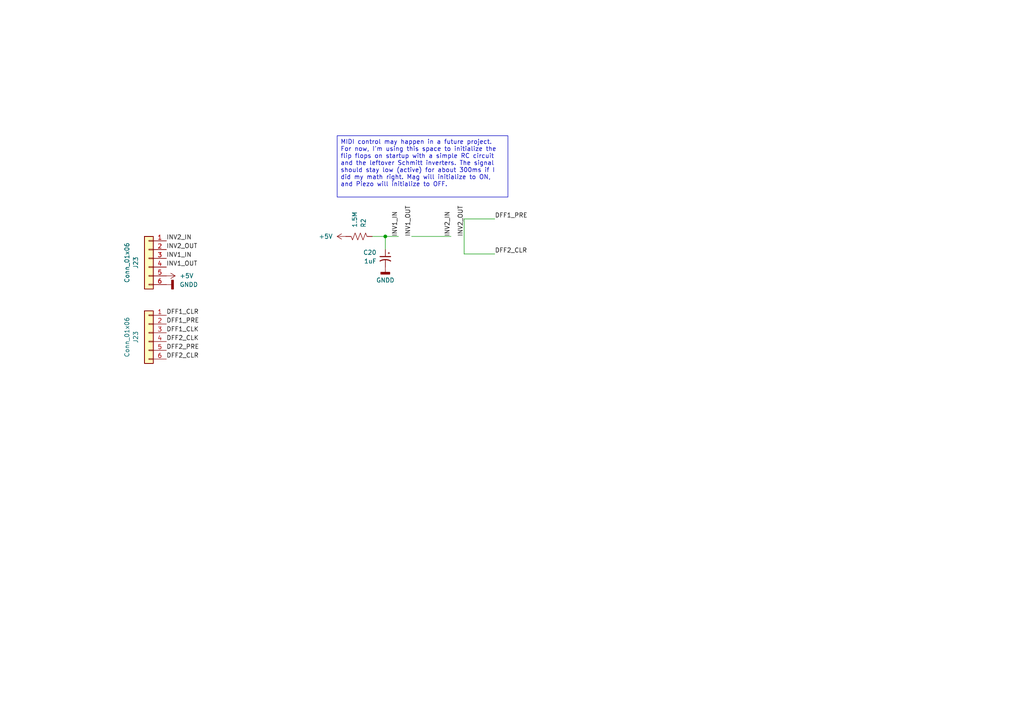
<source format=kicad_sch>
(kicad_sch (version 20230121) (generator eeschema)

  (uuid b27d44dc-ea4b-4690-8034-b1be45900084)

  (paper "A4")

  (lib_symbols
    (symbol "Device:C_Polarized_Small_US" (pin_numbers hide) (pin_names (offset 0.254) hide) (in_bom yes) (on_board yes)
      (property "Reference" "C" (at 0.254 1.778 0)
        (effects (font (size 1.27 1.27)) (justify left))
      )
      (property "Value" "C_Polarized_Small_US" (at 0.254 -2.032 0)
        (effects (font (size 1.27 1.27)) (justify left))
      )
      (property "Footprint" "" (at 0 0 0)
        (effects (font (size 1.27 1.27)) hide)
      )
      (property "Datasheet" "~" (at 0 0 0)
        (effects (font (size 1.27 1.27)) hide)
      )
      (property "ki_keywords" "cap capacitor" (at 0 0 0)
        (effects (font (size 1.27 1.27)) hide)
      )
      (property "ki_description" "Polarized capacitor, small US symbol" (at 0 0 0)
        (effects (font (size 1.27 1.27)) hide)
      )
      (property "ki_fp_filters" "CP_*" (at 0 0 0)
        (effects (font (size 1.27 1.27)) hide)
      )
      (symbol "C_Polarized_Small_US_0_1"
        (polyline
          (pts
            (xy -1.524 0.508)
            (xy 1.524 0.508)
          )
          (stroke (width 0.3048) (type default))
          (fill (type none))
        )
        (polyline
          (pts
            (xy -1.27 1.524)
            (xy -0.762 1.524)
          )
          (stroke (width 0) (type default))
          (fill (type none))
        )
        (polyline
          (pts
            (xy -1.016 1.27)
            (xy -1.016 1.778)
          )
          (stroke (width 0) (type default))
          (fill (type none))
        )
        (arc (start 1.524 -0.762) (mid 0 -0.3734) (end -1.524 -0.762)
          (stroke (width 0.3048) (type default))
          (fill (type none))
        )
      )
      (symbol "C_Polarized_Small_US_1_1"
        (pin passive line (at 0 2.54 270) (length 2.032)
          (name "~" (effects (font (size 1.27 1.27))))
          (number "1" (effects (font (size 1.27 1.27))))
        )
        (pin passive line (at 0 -2.54 90) (length 2.032)
          (name "~" (effects (font (size 1.27 1.27))))
          (number "2" (effects (font (size 1.27 1.27))))
        )
      )
    )
    (symbol "Device:R_US" (pin_numbers hide) (pin_names (offset 0)) (in_bom yes) (on_board yes)
      (property "Reference" "R" (at 2.54 0 90)
        (effects (font (size 1.27 1.27)))
      )
      (property "Value" "R_US" (at -2.54 0 90)
        (effects (font (size 1.27 1.27)))
      )
      (property "Footprint" "" (at 1.016 -0.254 90)
        (effects (font (size 1.27 1.27)) hide)
      )
      (property "Datasheet" "~" (at 0 0 0)
        (effects (font (size 1.27 1.27)) hide)
      )
      (property "ki_keywords" "R res resistor" (at 0 0 0)
        (effects (font (size 1.27 1.27)) hide)
      )
      (property "ki_description" "Resistor, US symbol" (at 0 0 0)
        (effects (font (size 1.27 1.27)) hide)
      )
      (property "ki_fp_filters" "R_*" (at 0 0 0)
        (effects (font (size 1.27 1.27)) hide)
      )
      (symbol "R_US_0_1"
        (polyline
          (pts
            (xy 0 -2.286)
            (xy 0 -2.54)
          )
          (stroke (width 0) (type default))
          (fill (type none))
        )
        (polyline
          (pts
            (xy 0 2.286)
            (xy 0 2.54)
          )
          (stroke (width 0) (type default))
          (fill (type none))
        )
        (polyline
          (pts
            (xy 0 -0.762)
            (xy 1.016 -1.143)
            (xy 0 -1.524)
            (xy -1.016 -1.905)
            (xy 0 -2.286)
          )
          (stroke (width 0) (type default))
          (fill (type none))
        )
        (polyline
          (pts
            (xy 0 0.762)
            (xy 1.016 0.381)
            (xy 0 0)
            (xy -1.016 -0.381)
            (xy 0 -0.762)
          )
          (stroke (width 0) (type default))
          (fill (type none))
        )
        (polyline
          (pts
            (xy 0 2.286)
            (xy 1.016 1.905)
            (xy 0 1.524)
            (xy -1.016 1.143)
            (xy 0 0.762)
          )
          (stroke (width 0) (type default))
          (fill (type none))
        )
      )
      (symbol "R_US_1_1"
        (pin passive line (at 0 3.81 270) (length 1.27)
          (name "~" (effects (font (size 1.27 1.27))))
          (number "1" (effects (font (size 1.27 1.27))))
        )
        (pin passive line (at 0 -3.81 90) (length 1.27)
          (name "~" (effects (font (size 1.27 1.27))))
          (number "2" (effects (font (size 1.27 1.27))))
        )
      )
    )
    (symbol "PCM_4ms_Connector:Conn_01x06" (pin_names (offset 1.016) hide) (in_bom yes) (on_board yes)
      (property "Reference" "J" (at 0 7.62 0)
        (effects (font (size 1.27 1.27)))
      )
      (property "Value" "Conn_01x06" (at 0 -10.16 0)
        (effects (font (size 1.27 1.27)))
      )
      (property "Footprint" "4ms_Connector:Pins_1x06_2.54mm_TH_SWD" (at 0 -17.78 0)
        (effects (font (size 1.27 1.27)) hide)
      )
      (property "Datasheet" "" (at 0 -1.27 0)
        (effects (font (size 1.27 1.27)) hide)
      )
      (property "Specifications" "HEADER 1x6 MALE PINS 0.100” 180deg" (at -1.905 -15.875 0)
        (effects (font (size 1.27 1.27)) (justify left) hide)
      )
      (property "Manufacturer" "TAD" (at -2.54 -12.7 0)
        (effects (font (size 1.27 1.27)) (justify left) hide)
      )
      (property "Part Number" "1-0601FBV0T" (at -1.905 -14.605 0)
        (effects (font (size 1.27 1.27)) (justify left) hide)
      )
      (property "ki_keywords" "Conn_01x06" (at 0 0 0)
        (effects (font (size 1.27 1.27)) hide)
      )
      (property "ki_description" "HEADER 1x6 MALE PINS 0.100” 180deg" (at 0 0 0)
        (effects (font (size 1.27 1.27)) hide)
      )
      (property "ki_fp_filters" "Connector*:*_??x*mm* Connector*:*1x??x*mm* Pin?Header?Straight?1X* Pin?Header?Angled?1X* Socket?Strip?Straight?1X* Socket?Strip?Angled?1X*" (at 0 0 0)
        (effects (font (size 1.27 1.27)) hide)
      )
      (symbol "Conn_01x06_1_1"
        (rectangle (start -1.27 -7.493) (end 0 -7.747)
          (stroke (width 0.1524) (type default))
          (fill (type none))
        )
        (rectangle (start -1.27 -4.953) (end 0 -5.207)
          (stroke (width 0.1524) (type default))
          (fill (type none))
        )
        (rectangle (start -1.27 -2.413) (end 0 -2.667)
          (stroke (width 0.1524) (type default))
          (fill (type none))
        )
        (rectangle (start -1.27 0.127) (end 0 -0.127)
          (stroke (width 0.1524) (type default))
          (fill (type none))
        )
        (rectangle (start -1.27 2.667) (end 0 2.413)
          (stroke (width 0.1524) (type default))
          (fill (type none))
        )
        (rectangle (start -1.27 5.207) (end 0 4.953)
          (stroke (width 0.1524) (type default))
          (fill (type none))
        )
        (rectangle (start -1.27 6.35) (end 1.27 -8.89)
          (stroke (width 0.254) (type default))
          (fill (type background))
        )
        (pin passive line (at -5.08 5.08 0) (length 3.81)
          (name "Pin_1" (effects (font (size 1.27 1.27))))
          (number "1" (effects (font (size 1.27 1.27))))
        )
        (pin passive line (at -5.08 2.54 0) (length 3.81)
          (name "Pin_2" (effects (font (size 1.27 1.27))))
          (number "2" (effects (font (size 1.27 1.27))))
        )
        (pin passive line (at -5.08 0 0) (length 3.81)
          (name "Pin_3" (effects (font (size 1.27 1.27))))
          (number "3" (effects (font (size 1.27 1.27))))
        )
        (pin passive line (at -5.08 -2.54 0) (length 3.81)
          (name "Pin_4" (effects (font (size 1.27 1.27))))
          (number "4" (effects (font (size 1.27 1.27))))
        )
        (pin passive line (at -5.08 -5.08 0) (length 3.81)
          (name "Pin_5" (effects (font (size 1.27 1.27))))
          (number "5" (effects (font (size 1.27 1.27))))
        )
        (pin passive line (at -5.08 -7.62 0) (length 3.81)
          (name "Pin_6" (effects (font (size 1.27 1.27))))
          (number "6" (effects (font (size 1.27 1.27))))
        )
      )
    )
    (symbol "power:+5V" (power) (pin_names (offset 0)) (in_bom yes) (on_board yes)
      (property "Reference" "#PWR" (at 0 -3.81 0)
        (effects (font (size 1.27 1.27)) hide)
      )
      (property "Value" "+5V" (at 0 3.556 0)
        (effects (font (size 1.27 1.27)))
      )
      (property "Footprint" "" (at 0 0 0)
        (effects (font (size 1.27 1.27)) hide)
      )
      (property "Datasheet" "" (at 0 0 0)
        (effects (font (size 1.27 1.27)) hide)
      )
      (property "ki_keywords" "global power" (at 0 0 0)
        (effects (font (size 1.27 1.27)) hide)
      )
      (property "ki_description" "Power symbol creates a global label with name \"+5V\"" (at 0 0 0)
        (effects (font (size 1.27 1.27)) hide)
      )
      (symbol "+5V_0_1"
        (polyline
          (pts
            (xy -0.762 1.27)
            (xy 0 2.54)
          )
          (stroke (width 0) (type default))
          (fill (type none))
        )
        (polyline
          (pts
            (xy 0 0)
            (xy 0 2.54)
          )
          (stroke (width 0) (type default))
          (fill (type none))
        )
        (polyline
          (pts
            (xy 0 2.54)
            (xy 0.762 1.27)
          )
          (stroke (width 0) (type default))
          (fill (type none))
        )
      )
      (symbol "+5V_1_1"
        (pin power_in line (at 0 0 90) (length 0) hide
          (name "+5V" (effects (font (size 1.27 1.27))))
          (number "1" (effects (font (size 1.27 1.27))))
        )
      )
    )
    (symbol "power:GNDD" (power) (pin_names (offset 0)) (in_bom yes) (on_board yes)
      (property "Reference" "#PWR" (at 0 -6.35 0)
        (effects (font (size 1.27 1.27)) hide)
      )
      (property "Value" "GNDD" (at 0 -3.175 0)
        (effects (font (size 1.27 1.27)))
      )
      (property "Footprint" "" (at 0 0 0)
        (effects (font (size 1.27 1.27)) hide)
      )
      (property "Datasheet" "" (at 0 0 0)
        (effects (font (size 1.27 1.27)) hide)
      )
      (property "ki_keywords" "global power" (at 0 0 0)
        (effects (font (size 1.27 1.27)) hide)
      )
      (property "ki_description" "Power symbol creates a global label with name \"GNDD\" , digital ground" (at 0 0 0)
        (effects (font (size 1.27 1.27)) hide)
      )
      (symbol "GNDD_0_1"
        (rectangle (start -1.27 -1.524) (end 1.27 -2.032)
          (stroke (width 0.254) (type default))
          (fill (type outline))
        )
        (polyline
          (pts
            (xy 0 0)
            (xy 0 -1.524)
          )
          (stroke (width 0) (type default))
          (fill (type none))
        )
      )
      (symbol "GNDD_1_1"
        (pin power_in line (at 0 0 270) (length 0) hide
          (name "GNDD" (effects (font (size 1.27 1.27))))
          (number "1" (effects (font (size 1.27 1.27))))
        )
      )
    )
  )

  (junction (at 111.76 68.58) (diameter 0) (color 0 0 0 0)
    (uuid 6a69e936-6109-4af0-aef1-1bf9f011a508)
  )

  (wire (pts (xy 107.95 68.58) (xy 111.76 68.58))
    (stroke (width 0) (type default))
    (uuid 0525895a-691a-4d68-9d4c-cf26137bd543)
  )
  (wire (pts (xy 134.62 63.5) (xy 134.62 73.66))
    (stroke (width 0) (type default))
    (uuid 25780d3e-3b80-4ad2-ad48-73dc796d274f)
  )
  (wire (pts (xy 143.51 73.66) (xy 134.62 73.66))
    (stroke (width 0) (type default))
    (uuid 36bf6594-a460-4e5e-b6ba-5733bdf784e4)
  )
  (wire (pts (xy 111.76 68.58) (xy 111.76 72.39))
    (stroke (width 0) (type default))
    (uuid 55f2fd92-a815-41d6-9779-9629235a6197)
  )
  (wire (pts (xy 111.76 68.58) (xy 115.57 68.58))
    (stroke (width 0) (type default))
    (uuid a4344f1f-3ef3-4758-a037-042307219a4e)
  )
  (wire (pts (xy 134.62 63.5) (xy 143.51 63.5))
    (stroke (width 0) (type default))
    (uuid ab8b29dd-10a6-4a15-af91-3b4a5cd28eaa)
  )
  (wire (pts (xy 119.38 68.58) (xy 130.81 68.58))
    (stroke (width 0) (type default))
    (uuid cb784b18-4e19-4bce-9290-5e8e0f52e327)
  )

  (text_box "MIDI control may happen in a future project. For now, I'm using this space to initialize the flip flops on startup with a simple RC circuit and the leftover Schmitt inverters. The signal should stay low (active) for about 300ms if I did my math right. Mag will initialize to ON, and Piezo will initialize to OFF."
    (at 97.79 39.37 0) (size 49.53 17.78)
    (stroke (width 0) (type default))
    (fill (type none))
    (effects (font (size 1.27 1.27)) (justify left top))
    (uuid b084ccde-03e9-4e2a-bff5-21cc7c3c6e7e)
  )

  (label "INV2_IN" (at 48.26 69.85 0) (fields_autoplaced)
    (effects (font (size 1.27 1.27)) (justify left bottom))
    (uuid 01924e13-ad2b-4b98-aefa-1880dbf48031)
  )
  (label "DFF2_CLR" (at 143.51 73.66 0) (fields_autoplaced)
    (effects (font (size 1.27 1.27)) (justify left bottom))
    (uuid 18390b1b-c7bf-4ca4-8550-4d0f2a7d785e)
  )
  (label "INV2_IN" (at 130.81 68.58 90) (fields_autoplaced)
    (effects (font (size 1.27 1.27)) (justify left bottom))
    (uuid 1ef12eb3-31c7-4d46-b5bd-e4269b03f871)
  )
  (label "INV1_OUT" (at 119.38 68.58 90) (fields_autoplaced)
    (effects (font (size 1.27 1.27)) (justify left bottom))
    (uuid 248f5380-4670-4849-bd6a-5fa4138a8250)
  )
  (label "INV1_OUT" (at 48.26 77.47 0) (fields_autoplaced)
    (effects (font (size 1.27 1.27)) (justify left bottom))
    (uuid 39801963-8233-4fc6-a16f-3151842223bb)
  )
  (label "INV1_IN" (at 115.57 68.58 90) (fields_autoplaced)
    (effects (font (size 1.27 1.27)) (justify left bottom))
    (uuid 3a83a60d-b366-4cf7-9878-36e406d08437)
  )
  (label "DFF2_PRE" (at 48.26 101.6 0) (fields_autoplaced)
    (effects (font (size 1.27 1.27)) (justify left bottom))
    (uuid 4e42637f-af11-4942-a7aa-3d8aae680ea1)
  )
  (label "INV2_OUT" (at 48.26 72.39 0) (fields_autoplaced)
    (effects (font (size 1.27 1.27)) (justify left bottom))
    (uuid 7c1c39ed-d1f5-458c-9c90-88b1478a27c0)
  )
  (label "DFF1_PRE" (at 48.26 93.98 0) (fields_autoplaced)
    (effects (font (size 1.27 1.27)) (justify left bottom))
    (uuid 80ded716-86ca-442f-8857-783d7ae7d0f6)
  )
  (label "DFF1_PRE" (at 143.51 63.5 0) (fields_autoplaced)
    (effects (font (size 1.27 1.27)) (justify left bottom))
    (uuid 9e5b458d-a858-4fed-9793-d9ec4335022b)
  )
  (label "DFF2_CLK" (at 48.26 99.06 0) (fields_autoplaced)
    (effects (font (size 1.27 1.27)) (justify left bottom))
    (uuid af0fd2fa-da51-48a1-be4c-f6459e9c41e9)
  )
  (label "DFF1_CLK" (at 48.26 96.52 0) (fields_autoplaced)
    (effects (font (size 1.27 1.27)) (justify left bottom))
    (uuid b2edad45-11eb-4a53-81b4-b452fb227992)
  )
  (label "INV2_OUT" (at 134.62 68.58 90) (fields_autoplaced)
    (effects (font (size 1.27 1.27)) (justify left bottom))
    (uuid cf6b6ba4-4801-4b13-bac8-9ef147e887c6)
  )
  (label "INV1_IN" (at 48.26 74.93 0) (fields_autoplaced)
    (effects (font (size 1.27 1.27)) (justify left bottom))
    (uuid eca94123-6f97-40a6-899c-524b6f87eb51)
  )
  (label "DFF2_CLR" (at 48.26 104.14 0) (fields_autoplaced)
    (effects (font (size 1.27 1.27)) (justify left bottom))
    (uuid f08c1f6f-7688-46fd-9bb3-b5e46034b347)
  )
  (label "DFF1_CLR" (at 48.26 91.44 0) (fields_autoplaced)
    (effects (font (size 1.27 1.27)) (justify left bottom))
    (uuid fa0c0768-2d0a-4df5-8961-2ed1cbaafb87)
  )

  (symbol (lib_id "power:GNDD") (at 48.26 82.55 90) (unit 1)
    (in_bom yes) (on_board yes) (dnp no) (fields_autoplaced)
    (uuid 26000f78-31cf-4f59-9631-da2a6bdfb662)
    (property "Reference" "#PWR072" (at 54.61 82.55 0)
      (effects (font (size 1.27 1.27)) hide)
    )
    (property "Value" "GNDD" (at 52.07 82.55 90)
      (effects (font (size 1.27 1.27)) (justify right))
    )
    (property "Footprint" "" (at 48.26 82.55 0)
      (effects (font (size 1.27 1.27)) hide)
    )
    (property "Datasheet" "" (at 48.26 82.55 0)
      (effects (font (size 1.27 1.27)) hide)
    )
    (pin "1" (uuid d268884d-ad33-472d-bdb6-65108ad0f244))
    (instances
      (project "summer"
        (path "/52444e48-6798-4602-8621-4972ab8b508a/09bef1e3-0cda-496c-bd76-2adc7f5f70f6"
          (reference "#PWR072") (unit 1)
        )
      )
    )
  )

  (symbol (lib_id "PCM_4ms_Connector:Conn_01x06") (at 43.18 96.52 0) (mirror y) (unit 1)
    (in_bom no) (on_board no) (dnp no)
    (uuid 338f1191-0f6e-4294-b686-71e049cd9458)
    (property "Reference" "J23" (at 39.37 97.79 90)
      (effects (font (size 1.27 1.27)))
    )
    (property "Value" "Conn_01x06" (at 36.83 97.79 90)
      (effects (font (size 1.27 1.27)))
    )
    (property "Footprint" "Connector_PinHeader_2.54mm:PinHeader_1x06_P2.54mm_Vertical" (at 43.18 114.3 0)
      (effects (font (size 1.27 1.27)) hide)
    )
    (property "Datasheet" "" (at 43.18 97.79 0)
      (effects (font (size 1.27 1.27)) hide)
    )
    (property "Specifications" "HEADER 1x6 MALE PINS 0.100” 180deg" (at 45.085 112.395 0)
      (effects (font (size 1.27 1.27)) (justify left) hide)
    )
    (property "Manufacturer" "TAD" (at 45.72 109.22 0)
      (effects (font (size 1.27 1.27)) (justify left) hide)
    )
    (property "Part Number" "1-0601FBV0T" (at 45.085 111.125 0)
      (effects (font (size 1.27 1.27)) (justify left) hide)
    )
    (pin "1" (uuid 24983c53-3c02-426e-8244-0f2a0c022ff5))
    (pin "2" (uuid 87d16e6f-54c8-4ad0-8ff2-7ce31c42bf60))
    (pin "3" (uuid 9c06b3d4-c644-42ed-8135-ed145c46d34a))
    (pin "4" (uuid 0e1ffc70-5118-4a77-b423-8e739f671319))
    (pin "5" (uuid a5c1ddf4-e11a-4cf3-8832-34cac7305eb8))
    (pin "6" (uuid cf99d6af-3ef8-4b29-a0f0-0af50667cd00))
    (instances
      (project "summer"
        (path "/52444e48-6798-4602-8621-4972ab8b508a"
          (reference "J23") (unit 1)
        )
        (path "/52444e48-6798-4602-8621-4972ab8b508a/09bef1e3-0cda-496c-bd76-2adc7f5f70f6"
          (reference "J26") (unit 1)
        )
      )
    )
  )

  (symbol (lib_id "PCM_4ms_Connector:Conn_01x06") (at 43.18 74.93 0) (mirror y) (unit 1)
    (in_bom no) (on_board no) (dnp no)
    (uuid 4e39681e-f490-470f-bcc9-53405301005e)
    (property "Reference" "J23" (at 39.37 76.2 90)
      (effects (font (size 1.27 1.27)))
    )
    (property "Value" "Conn_01x06" (at 36.83 76.2 90)
      (effects (font (size 1.27 1.27)))
    )
    (property "Footprint" "Connector_PinHeader_2.54mm:PinHeader_1x06_P2.54mm_Vertical" (at 43.18 92.71 0)
      (effects (font (size 1.27 1.27)) hide)
    )
    (property "Datasheet" "" (at 43.18 76.2 0)
      (effects (font (size 1.27 1.27)) hide)
    )
    (property "Specifications" "HEADER 1x6 MALE PINS 0.100” 180deg" (at 45.085 90.805 0)
      (effects (font (size 1.27 1.27)) (justify left) hide)
    )
    (property "Manufacturer" "TAD" (at 45.72 87.63 0)
      (effects (font (size 1.27 1.27)) (justify left) hide)
    )
    (property "Part Number" "1-0601FBV0T" (at 45.085 89.535 0)
      (effects (font (size 1.27 1.27)) (justify left) hide)
    )
    (pin "1" (uuid 36c80857-a7ea-4282-85b4-9cea92448554))
    (pin "2" (uuid 8ae83623-3238-402e-8606-ab814128c50c))
    (pin "3" (uuid 4328a025-2bc1-4d80-b650-e0613911ad03))
    (pin "4" (uuid 162149f9-73b3-4fd1-a91f-9930fd561e9a))
    (pin "5" (uuid 1acd8b86-33d3-4a07-a0c5-019eaa8c05cb))
    (pin "6" (uuid 9d18f152-d901-4a37-87a8-81c26345c247))
    (instances
      (project "summer"
        (path "/52444e48-6798-4602-8621-4972ab8b508a"
          (reference "J23") (unit 1)
        )
        (path "/52444e48-6798-4602-8621-4972ab8b508a/09bef1e3-0cda-496c-bd76-2adc7f5f70f6"
          (reference "J25") (unit 1)
        )
      )
    )
  )

  (symbol (lib_id "power:+5V") (at 48.26 80.01 270) (unit 1)
    (in_bom yes) (on_board yes) (dnp no) (fields_autoplaced)
    (uuid 606fba1f-f360-4eb4-8759-d7e00f424c30)
    (property "Reference" "#PWR065" (at 44.45 80.01 0)
      (effects (font (size 1.27 1.27)) hide)
    )
    (property "Value" "+5V" (at 52.07 80.01 90)
      (effects (font (size 1.27 1.27)) (justify left))
    )
    (property "Footprint" "" (at 48.26 80.01 0)
      (effects (font (size 1.27 1.27)) hide)
    )
    (property "Datasheet" "" (at 48.26 80.01 0)
      (effects (font (size 1.27 1.27)) hide)
    )
    (pin "1" (uuid 549ef267-7b0a-4d5c-9a19-1719d18c6e15))
    (instances
      (project "summer"
        (path "/52444e48-6798-4602-8621-4972ab8b508a/09bef1e3-0cda-496c-bd76-2adc7f5f70f6"
          (reference "#PWR065") (unit 1)
        )
      )
    )
  )

  (symbol (lib_id "power:GNDD") (at 111.76 77.47 0) (unit 1)
    (in_bom yes) (on_board yes) (dnp no) (fields_autoplaced)
    (uuid b54315ee-bdca-4c3b-9b3a-933d73cdbf04)
    (property "Reference" "#PWR071" (at 111.76 83.82 0)
      (effects (font (size 1.27 1.27)) hide)
    )
    (property "Value" "GNDD" (at 111.76 81.28 0)
      (effects (font (size 1.27 1.27)))
    )
    (property "Footprint" "" (at 111.76 77.47 0)
      (effects (font (size 1.27 1.27)) hide)
    )
    (property "Datasheet" "" (at 111.76 77.47 0)
      (effects (font (size 1.27 1.27)) hide)
    )
    (pin "1" (uuid af1902e9-e737-47ad-9051-a6ab9de0666a))
    (instances
      (project "summer"
        (path "/52444e48-6798-4602-8621-4972ab8b508a/09bef1e3-0cda-496c-bd76-2adc7f5f70f6"
          (reference "#PWR071") (unit 1)
        )
      )
    )
  )

  (symbol (lib_id "Device:C_Polarized_Small_US") (at 111.76 74.93 0) (mirror y) (unit 1)
    (in_bom yes) (on_board no) (dnp no)
    (uuid b9b40289-7ea9-4a13-864f-bbce78299856)
    (property "Reference" "C20" (at 109.22 73.2282 0)
      (effects (font (size 1.27 1.27)) (justify left))
    )
    (property "Value" "1uF" (at 109.22 75.7682 0)
      (effects (font (size 1.27 1.27)) (justify left))
    )
    (property "Footprint" "Capacitor_THT:CP_Radial_D4.0mm_P1.50mm" (at 111.76 74.93 0)
      (effects (font (size 1.27 1.27)) hide)
    )
    (property "Datasheet" "~" (at 111.76 74.93 0)
      (effects (font (size 1.27 1.27)) hide)
    )
    (pin "1" (uuid 1c19a961-52af-4e10-aa84-d931f305e4e5))
    (pin "2" (uuid b6099d22-30d5-4a1b-b8a2-98b7a2927d67))
    (instances
      (project "summer"
        (path "/52444e48-6798-4602-8621-4972ab8b508a/ced75f65-cdfe-4c71-b270-d9863a3d92d6"
          (reference "C20") (unit 1)
        )
        (path "/52444e48-6798-4602-8621-4972ab8b508a/09bef1e3-0cda-496c-bd76-2adc7f5f70f6"
          (reference "C1") (unit 1)
        )
      )
    )
  )

  (symbol (lib_id "Device:R_US") (at 104.14 68.58 270) (mirror x) (unit 1)
    (in_bom yes) (on_board no) (dnp no)
    (uuid f10d1142-a2c8-4911-977f-efc47b648eb2)
    (property "Reference" "R2" (at 105.41 66.04 0)
      (effects (font (size 1.27 1.27)) (justify left))
    )
    (property "Value" "1.5M" (at 102.87 66.04 0)
      (effects (font (size 1.27 1.27)) (justify left))
    )
    (property "Footprint" "PCM_Resistor_THT_AKL:R_Axial_DIN0207_L6.3mm_D2.5mm_P10.16mm_Horizontal" (at 103.886 67.564 90)
      (effects (font (size 1.27 1.27)) hide)
    )
    (property "Datasheet" "~" (at 104.14 68.58 0)
      (effects (font (size 1.27 1.27)) hide)
    )
    (pin "1" (uuid a8efcc27-c0f1-4378-8cc6-3ba598833239))
    (pin "2" (uuid de50f79d-f1fc-45dd-9bd3-7053ba09d43e))
    (instances
      (project "summer"
        (path "/52444e48-6798-4602-8621-4972ab8b508a/410050cc-d05c-490b-b4d6-f85ed66315b1"
          (reference "R2") (unit 1)
        )
        (path "/52444e48-6798-4602-8621-4972ab8b508a/c8a181ba-dee1-4449-9288-f19d9902d32c"
          (reference "R46") (unit 1)
        )
        (path "/52444e48-6798-4602-8621-4972ab8b508a/09bef1e3-0cda-496c-bd76-2adc7f5f70f6"
          (reference "R51") (unit 1)
        )
      )
    )
  )

  (symbol (lib_id "power:+5V") (at 100.33 68.58 90) (unit 1)
    (in_bom yes) (on_board yes) (dnp no) (fields_autoplaced)
    (uuid fda85b64-2f17-429b-be0d-40c06526e92c)
    (property "Reference" "#PWR073" (at 104.14 68.58 0)
      (effects (font (size 1.27 1.27)) hide)
    )
    (property "Value" "+5V" (at 96.52 68.58 90)
      (effects (font (size 1.27 1.27)) (justify left))
    )
    (property "Footprint" "" (at 100.33 68.58 0)
      (effects (font (size 1.27 1.27)) hide)
    )
    (property "Datasheet" "" (at 100.33 68.58 0)
      (effects (font (size 1.27 1.27)) hide)
    )
    (pin "1" (uuid 8c5ea501-a3c7-4f0a-ae94-b380c4bd35c1))
    (instances
      (project "summer"
        (path "/52444e48-6798-4602-8621-4972ab8b508a/09bef1e3-0cda-496c-bd76-2adc7f5f70f6"
          (reference "#PWR073") (unit 1)
        )
      )
    )
  )
)

</source>
